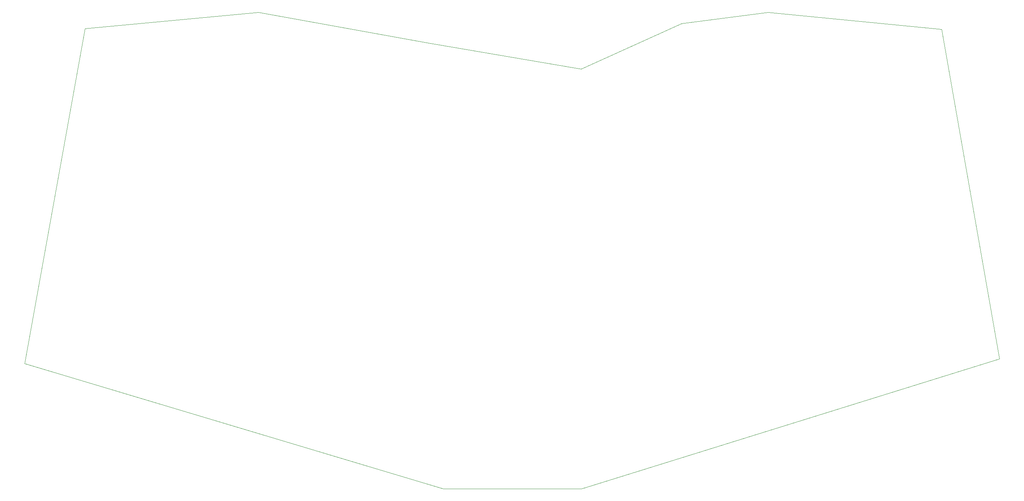
<source format=gbr>
%TF.GenerationSoftware,KiCad,Pcbnew,7.0.2-0*%
%TF.CreationDate,2023-08-23T20:46:33+09:00*%
%TF.ProjectId,rev1,72657631-2e6b-4696-9361-645f70636258,rev?*%
%TF.SameCoordinates,Original*%
%TF.FileFunction,Profile,NP*%
%FSLAX46Y46*%
G04 Gerber Fmt 4.6, Leading zero omitted, Abs format (unit mm)*
G04 Created by KiCad (PCBNEW 7.0.2-0) date 2023-08-23 20:46:33*
%MOMM*%
%LPD*%
G01*
G04 APERTURE LIST*
%TA.AperFunction,Profile*%
%ADD10C,0.100000*%
%TD*%
G04 APERTURE END LIST*
D10*
X193500000Y-44400000D02*
X213800000Y-41800000D01*
X53800000Y-45600000D02*
X39700000Y-124200000D01*
X39700000Y-124200000D02*
X137700000Y-153600000D01*
X254400000Y-45800000D02*
X213800000Y-41800000D01*
X170000000Y-55100000D02*
X134300000Y-49000000D01*
X94500000Y-41800000D02*
X53800000Y-45600000D01*
X137700000Y-153600000D02*
X170100000Y-153600000D01*
X134300000Y-49000000D02*
X94500000Y-41800000D01*
X170100000Y-153600000D02*
X268000000Y-123100000D01*
X268000000Y-123100000D02*
X254400000Y-45800000D01*
X170000000Y-55100000D02*
X193500000Y-44400000D01*
M02*

</source>
